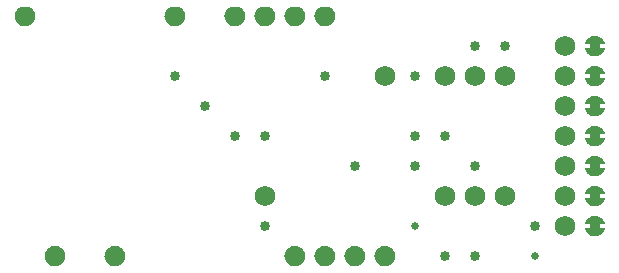
<source format=gbs>
G04 MADE WITH FRITZING*
G04 WWW.FRITZING.ORG*
G04 DOUBLE SIDED*
G04 HOLES PLATED*
G04 CONTOUR ON CENTER OF CONTOUR VECTOR*
%ASAXBY*%
%FSLAX23Y23*%
%MOIN*%
%OFA0B0*%
%SFA1.0B1.0*%
%ADD10C,0.035433*%
%ADD11C,0.069055*%
%ADD12C,0.033622*%
%ADD13C,0.026535*%
%ADD14R,0.001000X0.001000*%
%LNMASK0*%
G90*
G70*
G54D10*
X336Y34D03*
X136Y34D03*
X1036Y34D03*
X1136Y34D03*
X1236Y34D03*
X36Y834D03*
G54D11*
X1436Y234D03*
X1536Y234D03*
X1436Y634D03*
X1536Y634D03*
X1636Y634D03*
X1236Y634D03*
X1836Y634D03*
X1836Y734D03*
X1836Y134D03*
G54D10*
X1936Y134D03*
X1936Y734D03*
G54D11*
X1836Y534D03*
X1836Y434D03*
X1836Y334D03*
X1836Y234D03*
G54D10*
X1936Y634D03*
X1936Y534D03*
X1936Y434D03*
X1936Y334D03*
X1936Y234D03*
X1036Y834D03*
X736Y834D03*
X536Y834D03*
X836Y834D03*
X936Y834D03*
X936Y34D03*
G54D12*
X1336Y634D03*
X1436Y34D03*
X1536Y334D03*
G54D11*
X1636Y234D03*
G54D12*
X1136Y334D03*
X1736Y135D03*
X736Y434D03*
X636Y534D03*
X1336Y434D03*
X536Y634D03*
X1636Y734D03*
X1535Y735D03*
G54D13*
X1336Y134D03*
G54D12*
X1337Y334D03*
X836Y434D03*
G54D11*
X836Y234D03*
G54D12*
X1536Y34D03*
G54D13*
X1736Y34D03*
G54D12*
X1436Y434D03*
X1036Y634D03*
X836Y134D03*
G54D14*
X22Y866D02*
X49Y866D01*
X522Y866D02*
X549Y866D01*
X722Y866D02*
X749Y866D01*
X822Y866D02*
X849Y866D01*
X922Y866D02*
X949Y866D01*
X1022Y866D02*
X1049Y866D01*
X20Y865D02*
X51Y865D01*
X520Y865D02*
X551Y865D01*
X720Y865D02*
X751Y865D01*
X820Y865D02*
X851Y865D01*
X920Y865D02*
X951Y865D01*
X1020Y865D02*
X1051Y865D01*
X18Y864D02*
X53Y864D01*
X518Y864D02*
X553Y864D01*
X718Y864D02*
X753Y864D01*
X818Y864D02*
X853Y864D01*
X918Y864D02*
X953Y864D01*
X1018Y864D02*
X1053Y864D01*
X17Y863D02*
X54Y863D01*
X516Y863D02*
X554Y863D01*
X716Y863D02*
X754Y863D01*
X816Y863D02*
X854Y863D01*
X916Y863D02*
X954Y863D01*
X1016Y863D02*
X1054Y863D01*
X15Y862D02*
X56Y862D01*
X515Y862D02*
X556Y862D01*
X715Y862D02*
X756Y862D01*
X815Y862D02*
X856Y862D01*
X915Y862D02*
X956Y862D01*
X1015Y862D02*
X1056Y862D01*
X14Y861D02*
X57Y861D01*
X514Y861D02*
X557Y861D01*
X714Y861D02*
X757Y861D01*
X814Y861D02*
X857Y861D01*
X914Y861D02*
X957Y861D01*
X1014Y861D02*
X1057Y861D01*
X13Y860D02*
X58Y860D01*
X513Y860D02*
X558Y860D01*
X713Y860D02*
X758Y860D01*
X813Y860D02*
X858Y860D01*
X912Y860D02*
X958Y860D01*
X1012Y860D02*
X1058Y860D01*
X12Y859D02*
X59Y859D01*
X511Y859D02*
X559Y859D01*
X711Y859D02*
X759Y859D01*
X811Y859D02*
X859Y859D01*
X911Y859D02*
X959Y859D01*
X1011Y859D02*
X1059Y859D01*
X11Y858D02*
X60Y858D01*
X511Y858D02*
X560Y858D01*
X711Y858D02*
X760Y858D01*
X810Y858D02*
X860Y858D01*
X910Y858D02*
X960Y858D01*
X1010Y858D02*
X1060Y858D01*
X10Y857D02*
X61Y857D01*
X510Y857D02*
X561Y857D01*
X710Y857D02*
X761Y857D01*
X810Y857D02*
X861Y857D01*
X910Y857D02*
X961Y857D01*
X1010Y857D02*
X1061Y857D01*
X9Y856D02*
X62Y856D01*
X509Y856D02*
X562Y856D01*
X709Y856D02*
X762Y856D01*
X809Y856D02*
X862Y856D01*
X909Y856D02*
X962Y856D01*
X1009Y856D02*
X1062Y856D01*
X8Y855D02*
X63Y855D01*
X508Y855D02*
X563Y855D01*
X708Y855D02*
X763Y855D01*
X808Y855D02*
X863Y855D01*
X908Y855D02*
X963Y855D01*
X1008Y855D02*
X1062Y855D01*
X8Y854D02*
X63Y854D01*
X507Y854D02*
X563Y854D01*
X707Y854D02*
X763Y854D01*
X807Y854D02*
X863Y854D01*
X907Y854D02*
X963Y854D01*
X1007Y854D02*
X1063Y854D01*
X7Y853D02*
X64Y853D01*
X507Y853D02*
X564Y853D01*
X707Y853D02*
X764Y853D01*
X807Y853D02*
X864Y853D01*
X907Y853D02*
X964Y853D01*
X1007Y853D02*
X1064Y853D01*
X6Y852D02*
X65Y852D01*
X506Y852D02*
X565Y852D01*
X706Y852D02*
X764Y852D01*
X806Y852D02*
X864Y852D01*
X906Y852D02*
X964Y852D01*
X1006Y852D02*
X1064Y852D01*
X6Y851D02*
X65Y851D01*
X506Y851D02*
X565Y851D01*
X706Y851D02*
X765Y851D01*
X806Y851D02*
X865Y851D01*
X906Y851D02*
X965Y851D01*
X1006Y851D02*
X1065Y851D01*
X5Y850D02*
X66Y850D01*
X505Y850D02*
X566Y850D01*
X705Y850D02*
X766Y850D01*
X805Y850D02*
X865Y850D01*
X905Y850D02*
X965Y850D01*
X1005Y850D02*
X1065Y850D01*
X5Y849D02*
X66Y849D01*
X505Y849D02*
X566Y849D01*
X705Y849D02*
X766Y849D01*
X805Y849D02*
X866Y849D01*
X905Y849D02*
X966Y849D01*
X1005Y849D02*
X1066Y849D01*
X4Y848D02*
X67Y848D01*
X504Y848D02*
X567Y848D01*
X704Y848D02*
X766Y848D01*
X804Y848D02*
X866Y848D01*
X904Y848D02*
X966Y848D01*
X1004Y848D02*
X1066Y848D01*
X4Y847D02*
X67Y847D01*
X504Y847D02*
X567Y847D01*
X704Y847D02*
X767Y847D01*
X804Y847D02*
X867Y847D01*
X904Y847D02*
X967Y847D01*
X1004Y847D02*
X1067Y847D01*
X4Y846D02*
X67Y846D01*
X504Y846D02*
X567Y846D01*
X704Y846D02*
X767Y846D01*
X803Y846D02*
X867Y846D01*
X903Y846D02*
X967Y846D01*
X1003Y846D02*
X1067Y846D01*
X3Y845D02*
X68Y845D01*
X503Y845D02*
X568Y845D01*
X703Y845D02*
X768Y845D01*
X803Y845D02*
X868Y845D01*
X903Y845D02*
X968Y845D01*
X1003Y845D02*
X1068Y845D01*
X3Y844D02*
X68Y844D01*
X503Y844D02*
X568Y844D01*
X703Y844D02*
X768Y844D01*
X803Y844D02*
X868Y844D01*
X903Y844D02*
X968Y844D01*
X1003Y844D02*
X1068Y844D01*
X3Y843D02*
X68Y843D01*
X503Y843D02*
X568Y843D01*
X703Y843D02*
X768Y843D01*
X803Y843D02*
X868Y843D01*
X903Y843D02*
X968Y843D01*
X1002Y843D02*
X1068Y843D01*
X2Y842D02*
X69Y842D01*
X502Y842D02*
X568Y842D01*
X702Y842D02*
X768Y842D01*
X802Y842D02*
X868Y842D01*
X902Y842D02*
X968Y842D01*
X1002Y842D02*
X1068Y842D01*
X2Y841D02*
X69Y841D01*
X502Y841D02*
X569Y841D01*
X702Y841D02*
X769Y841D01*
X802Y841D02*
X869Y841D01*
X902Y841D02*
X969Y841D01*
X1002Y841D02*
X1069Y841D01*
X2Y840D02*
X69Y840D01*
X502Y840D02*
X569Y840D01*
X702Y840D02*
X769Y840D01*
X802Y840D02*
X869Y840D01*
X902Y840D02*
X969Y840D01*
X1002Y840D02*
X1069Y840D01*
X2Y839D02*
X69Y839D01*
X502Y839D02*
X569Y839D01*
X702Y839D02*
X769Y839D01*
X802Y839D02*
X869Y839D01*
X902Y839D02*
X969Y839D01*
X1002Y839D02*
X1069Y839D01*
X2Y838D02*
X69Y838D01*
X502Y838D02*
X569Y838D01*
X702Y838D02*
X769Y838D01*
X802Y838D02*
X869Y838D01*
X901Y838D02*
X969Y838D01*
X1001Y838D02*
X1069Y838D01*
X2Y837D02*
X69Y837D01*
X502Y837D02*
X569Y837D01*
X701Y837D02*
X769Y837D01*
X801Y837D02*
X869Y837D01*
X901Y837D02*
X969Y837D01*
X1001Y837D02*
X1069Y837D01*
X2Y836D02*
X69Y836D01*
X501Y836D02*
X569Y836D01*
X701Y836D02*
X769Y836D01*
X801Y836D02*
X869Y836D01*
X901Y836D02*
X969Y836D01*
X1001Y836D02*
X1069Y836D01*
X2Y835D02*
X70Y835D01*
X501Y835D02*
X569Y835D01*
X701Y835D02*
X769Y835D01*
X801Y835D02*
X869Y835D01*
X901Y835D02*
X969Y835D01*
X1001Y835D02*
X1069Y835D01*
X2Y834D02*
X70Y834D01*
X501Y834D02*
X569Y834D01*
X701Y834D02*
X769Y834D01*
X801Y834D02*
X869Y834D01*
X901Y834D02*
X969Y834D01*
X1001Y834D02*
X1069Y834D01*
X2Y833D02*
X69Y833D01*
X501Y833D02*
X569Y833D01*
X701Y833D02*
X769Y833D01*
X801Y833D02*
X869Y833D01*
X901Y833D02*
X969Y833D01*
X1001Y833D02*
X1069Y833D01*
X2Y832D02*
X69Y832D01*
X502Y832D02*
X569Y832D01*
X701Y832D02*
X769Y832D01*
X801Y832D02*
X869Y832D01*
X901Y832D02*
X969Y832D01*
X1001Y832D02*
X1069Y832D01*
X2Y831D02*
X69Y831D01*
X502Y831D02*
X569Y831D01*
X702Y831D02*
X769Y831D01*
X802Y831D02*
X869Y831D01*
X902Y831D02*
X969Y831D01*
X1002Y831D02*
X1069Y831D01*
X2Y830D02*
X69Y830D01*
X502Y830D02*
X569Y830D01*
X702Y830D02*
X769Y830D01*
X802Y830D02*
X869Y830D01*
X902Y830D02*
X969Y830D01*
X1002Y830D02*
X1069Y830D01*
X2Y829D02*
X69Y829D01*
X502Y829D02*
X569Y829D01*
X702Y829D02*
X769Y829D01*
X802Y829D02*
X869Y829D01*
X902Y829D02*
X969Y829D01*
X1002Y829D02*
X1069Y829D01*
X2Y828D02*
X69Y828D01*
X502Y828D02*
X569Y828D01*
X702Y828D02*
X769Y828D01*
X802Y828D02*
X869Y828D01*
X902Y828D02*
X969Y828D01*
X1002Y828D02*
X1069Y828D01*
X3Y827D02*
X69Y827D01*
X502Y827D02*
X568Y827D01*
X702Y827D02*
X768Y827D01*
X802Y827D02*
X868Y827D01*
X902Y827D02*
X968Y827D01*
X1002Y827D02*
X1068Y827D01*
X3Y826D02*
X68Y826D01*
X503Y826D02*
X568Y826D01*
X703Y826D02*
X768Y826D01*
X803Y826D02*
X868Y826D01*
X903Y826D02*
X968Y826D01*
X1003Y826D02*
X1068Y826D01*
X3Y825D02*
X68Y825D01*
X503Y825D02*
X568Y825D01*
X703Y825D02*
X768Y825D01*
X803Y825D02*
X868Y825D01*
X903Y825D02*
X968Y825D01*
X1003Y825D02*
X1068Y825D01*
X3Y824D02*
X68Y824D01*
X503Y824D02*
X568Y824D01*
X703Y824D02*
X767Y824D01*
X803Y824D02*
X867Y824D01*
X903Y824D02*
X967Y824D01*
X1003Y824D02*
X1067Y824D01*
X4Y823D02*
X67Y823D01*
X504Y823D02*
X567Y823D01*
X704Y823D02*
X767Y823D01*
X804Y823D02*
X867Y823D01*
X904Y823D02*
X967Y823D01*
X1004Y823D02*
X1067Y823D01*
X4Y822D02*
X67Y822D01*
X504Y822D02*
X567Y822D01*
X704Y822D02*
X767Y822D01*
X804Y822D02*
X867Y822D01*
X904Y822D02*
X967Y822D01*
X1004Y822D02*
X1067Y822D01*
X5Y821D02*
X67Y821D01*
X504Y821D02*
X566Y821D01*
X704Y821D02*
X766Y821D01*
X804Y821D02*
X866Y821D01*
X904Y821D02*
X966Y821D01*
X1004Y821D02*
X1066Y821D01*
X5Y820D02*
X66Y820D01*
X505Y820D02*
X566Y820D01*
X705Y820D02*
X766Y820D01*
X805Y820D02*
X866Y820D01*
X905Y820D02*
X966Y820D01*
X1005Y820D02*
X1066Y820D01*
X5Y819D02*
X66Y819D01*
X505Y819D02*
X565Y819D01*
X705Y819D02*
X765Y819D01*
X805Y819D02*
X865Y819D01*
X905Y819D02*
X965Y819D01*
X1005Y819D02*
X1065Y819D01*
X6Y818D02*
X65Y818D01*
X506Y818D02*
X565Y818D01*
X706Y818D02*
X765Y818D01*
X806Y818D02*
X865Y818D01*
X906Y818D02*
X965Y818D01*
X1006Y818D02*
X1065Y818D01*
X7Y817D02*
X64Y817D01*
X506Y817D02*
X564Y817D01*
X706Y817D02*
X764Y817D01*
X806Y817D02*
X864Y817D01*
X906Y817D02*
X964Y817D01*
X1006Y817D02*
X1064Y817D01*
X7Y816D02*
X64Y816D01*
X507Y816D02*
X564Y816D01*
X707Y816D02*
X764Y816D01*
X807Y816D02*
X864Y816D01*
X907Y816D02*
X964Y816D01*
X1007Y816D02*
X1064Y816D01*
X8Y815D02*
X63Y815D01*
X508Y815D02*
X563Y815D01*
X708Y815D02*
X763Y815D01*
X808Y815D02*
X863Y815D01*
X908Y815D02*
X963Y815D01*
X1008Y815D02*
X1063Y815D01*
X8Y814D02*
X63Y814D01*
X508Y814D02*
X562Y814D01*
X708Y814D02*
X762Y814D01*
X808Y814D02*
X862Y814D01*
X908Y814D02*
X962Y814D01*
X1008Y814D02*
X1062Y814D01*
X9Y813D02*
X62Y813D01*
X509Y813D02*
X562Y813D01*
X709Y813D02*
X762Y813D01*
X809Y813D02*
X862Y813D01*
X909Y813D02*
X962Y813D01*
X1009Y813D02*
X1062Y813D01*
X10Y812D02*
X61Y812D01*
X510Y812D02*
X561Y812D01*
X710Y812D02*
X761Y812D01*
X810Y812D02*
X861Y812D01*
X910Y812D02*
X961Y812D01*
X1010Y812D02*
X1061Y812D01*
X11Y811D02*
X60Y811D01*
X511Y811D02*
X560Y811D01*
X711Y811D02*
X760Y811D01*
X811Y811D02*
X860Y811D01*
X911Y811D02*
X960Y811D01*
X1011Y811D02*
X1060Y811D01*
X12Y810D02*
X59Y810D01*
X512Y810D02*
X559Y810D01*
X712Y810D02*
X759Y810D01*
X812Y810D02*
X859Y810D01*
X912Y810D02*
X959Y810D01*
X1012Y810D02*
X1059Y810D01*
X13Y809D02*
X58Y809D01*
X513Y809D02*
X558Y809D01*
X713Y809D02*
X758Y809D01*
X813Y809D02*
X858Y809D01*
X913Y809D02*
X958Y809D01*
X1013Y809D02*
X1058Y809D01*
X14Y808D02*
X57Y808D01*
X514Y808D02*
X557Y808D01*
X714Y808D02*
X757Y808D01*
X814Y808D02*
X857Y808D01*
X914Y808D02*
X957Y808D01*
X1014Y808D02*
X1057Y808D01*
X16Y807D02*
X56Y807D01*
X515Y807D02*
X555Y807D01*
X715Y807D02*
X755Y807D01*
X815Y807D02*
X855Y807D01*
X915Y807D02*
X955Y807D01*
X1015Y807D02*
X1055Y807D01*
X17Y806D02*
X54Y806D01*
X517Y806D02*
X554Y806D01*
X717Y806D02*
X754Y806D01*
X817Y806D02*
X854Y806D01*
X917Y806D02*
X954Y806D01*
X1017Y806D02*
X1054Y806D01*
X19Y805D02*
X52Y805D01*
X519Y805D02*
X552Y805D01*
X719Y805D02*
X752Y805D01*
X818Y805D02*
X852Y805D01*
X918Y805D02*
X952Y805D01*
X1018Y805D02*
X1052Y805D01*
X21Y804D02*
X50Y804D01*
X520Y804D02*
X550Y804D01*
X720Y804D02*
X750Y804D01*
X820Y804D02*
X850Y804D01*
X920Y804D02*
X950Y804D01*
X1020Y804D02*
X1050Y804D01*
X23Y803D02*
X48Y803D01*
X523Y803D02*
X548Y803D01*
X723Y803D02*
X748Y803D01*
X823Y803D02*
X848Y803D01*
X922Y803D02*
X948Y803D01*
X1022Y803D02*
X1048Y803D01*
X25Y802D02*
X46Y802D01*
X525Y802D02*
X546Y802D01*
X725Y802D02*
X746Y802D01*
X825Y802D02*
X845Y802D01*
X925Y802D02*
X945Y802D01*
X1025Y802D02*
X1045Y802D01*
X29Y801D02*
X42Y801D01*
X529Y801D02*
X542Y801D01*
X729Y801D02*
X742Y801D01*
X829Y801D02*
X842Y801D01*
X929Y801D02*
X942Y801D01*
X1029Y801D02*
X1042Y801D01*
X1933Y769D02*
X1937Y769D01*
X1927Y768D02*
X1943Y768D01*
X1924Y767D02*
X1946Y767D01*
X1922Y766D02*
X1948Y766D01*
X1920Y765D02*
X1951Y765D01*
X1918Y764D02*
X1952Y764D01*
X1916Y763D02*
X1954Y763D01*
X1915Y762D02*
X1955Y762D01*
X1913Y761D02*
X1957Y761D01*
X1912Y760D02*
X1958Y760D01*
X1911Y759D02*
X1959Y759D01*
X1910Y758D02*
X1960Y758D01*
X1909Y757D02*
X1961Y757D01*
X1909Y756D02*
X1962Y756D01*
X1908Y755D02*
X1962Y755D01*
X1907Y754D02*
X1963Y754D01*
X1907Y753D02*
X1964Y753D01*
X1906Y752D02*
X1964Y752D01*
X1905Y751D02*
X1965Y751D01*
X1905Y750D02*
X1965Y750D01*
X1904Y749D02*
X1966Y749D01*
X1904Y748D02*
X1966Y748D01*
X1904Y747D02*
X1967Y747D01*
X1903Y746D02*
X1967Y746D01*
X1903Y745D02*
X1967Y745D01*
X1903Y744D02*
X1968Y744D01*
X1902Y743D02*
X1968Y743D01*
X1902Y742D02*
X1968Y742D01*
X1902Y741D02*
X1968Y741D01*
X1902Y729D02*
X1968Y729D01*
X1902Y728D02*
X1968Y728D01*
X1902Y727D02*
X1968Y727D01*
X1902Y726D02*
X1968Y726D01*
X1903Y725D02*
X1968Y725D01*
X1903Y724D02*
X1967Y724D01*
X1903Y723D02*
X1967Y723D01*
X1904Y722D02*
X1966Y722D01*
X1904Y721D02*
X1966Y721D01*
X1905Y720D02*
X1966Y720D01*
X1905Y719D02*
X1965Y719D01*
X1906Y718D02*
X1965Y718D01*
X1906Y717D02*
X1964Y717D01*
X1907Y716D02*
X1963Y716D01*
X1907Y715D02*
X1963Y715D01*
X1908Y714D02*
X1962Y714D01*
X1909Y713D02*
X1961Y713D01*
X1910Y712D02*
X1961Y712D01*
X1910Y711D02*
X1960Y711D01*
X1911Y710D02*
X1959Y710D01*
X1913Y709D02*
X1958Y709D01*
X1914Y708D02*
X1956Y708D01*
X1915Y707D02*
X1955Y707D01*
X1917Y706D02*
X1954Y706D01*
X1918Y705D02*
X1952Y705D01*
X1920Y704D02*
X1950Y704D01*
X1922Y703D02*
X1948Y703D01*
X1925Y702D02*
X1945Y702D01*
X1928Y701D02*
X1942Y701D01*
X1932Y669D02*
X1938Y669D01*
X1927Y668D02*
X1943Y668D01*
X1924Y667D02*
X1946Y667D01*
X1922Y666D02*
X1949Y666D01*
X1920Y665D02*
X1951Y665D01*
X1918Y664D02*
X1952Y664D01*
X1916Y663D02*
X1954Y663D01*
X1915Y662D02*
X1955Y662D01*
X1913Y661D02*
X1957Y661D01*
X1912Y660D02*
X1958Y660D01*
X1911Y659D02*
X1959Y659D01*
X1910Y658D02*
X1960Y658D01*
X1909Y657D02*
X1961Y657D01*
X1909Y656D02*
X1962Y656D01*
X1908Y655D02*
X1962Y655D01*
X1907Y654D02*
X1963Y654D01*
X1907Y653D02*
X1964Y653D01*
X1906Y652D02*
X1964Y652D01*
X1905Y651D02*
X1965Y651D01*
X1905Y650D02*
X1965Y650D01*
X1904Y649D02*
X1966Y649D01*
X1904Y648D02*
X1966Y648D01*
X1904Y647D02*
X1967Y647D01*
X1903Y646D02*
X1967Y646D01*
X1903Y645D02*
X1967Y645D01*
X1903Y644D02*
X1968Y644D01*
X1902Y643D02*
X1968Y643D01*
X1902Y642D02*
X1968Y642D01*
X1902Y641D02*
X1968Y641D01*
X1902Y629D02*
X1968Y629D01*
X1902Y628D02*
X1968Y628D01*
X1902Y627D02*
X1968Y627D01*
X1902Y626D02*
X1968Y626D01*
X1903Y625D02*
X1968Y625D01*
X1903Y624D02*
X1967Y624D01*
X1903Y623D02*
X1967Y623D01*
X1904Y622D02*
X1966Y622D01*
X1904Y621D02*
X1966Y621D01*
X1905Y620D02*
X1966Y620D01*
X1905Y619D02*
X1965Y619D01*
X1906Y618D02*
X1965Y618D01*
X1906Y617D02*
X1964Y617D01*
X1907Y616D02*
X1963Y616D01*
X1907Y615D02*
X1963Y615D01*
X1908Y614D02*
X1962Y614D01*
X1909Y613D02*
X1961Y613D01*
X1910Y612D02*
X1961Y612D01*
X1910Y611D02*
X1960Y611D01*
X1911Y610D02*
X1959Y610D01*
X1913Y609D02*
X1958Y609D01*
X1914Y608D02*
X1956Y608D01*
X1915Y607D02*
X1955Y607D01*
X1917Y606D02*
X1954Y606D01*
X1918Y605D02*
X1952Y605D01*
X1920Y604D02*
X1950Y604D01*
X1922Y603D02*
X1948Y603D01*
X1925Y602D02*
X1945Y602D01*
X1929Y601D02*
X1942Y601D01*
X1932Y569D02*
X1938Y569D01*
X1927Y568D02*
X1943Y568D01*
X1924Y567D02*
X1946Y567D01*
X1922Y566D02*
X1949Y566D01*
X1919Y565D02*
X1951Y565D01*
X1918Y564D02*
X1952Y564D01*
X1916Y563D02*
X1954Y563D01*
X1915Y562D02*
X1955Y562D01*
X1913Y561D02*
X1957Y561D01*
X1912Y560D02*
X1958Y560D01*
X1911Y559D02*
X1959Y559D01*
X1910Y558D02*
X1960Y558D01*
X1909Y557D02*
X1961Y557D01*
X1909Y556D02*
X1962Y556D01*
X1908Y555D02*
X1962Y555D01*
X1907Y554D02*
X1963Y554D01*
X1907Y553D02*
X1964Y553D01*
X1906Y552D02*
X1964Y552D01*
X1905Y551D02*
X1965Y551D01*
X1905Y550D02*
X1965Y550D01*
X1904Y549D02*
X1966Y549D01*
X1904Y548D02*
X1966Y548D01*
X1904Y547D02*
X1967Y547D01*
X1903Y546D02*
X1967Y546D01*
X1903Y545D02*
X1967Y545D01*
X1903Y544D02*
X1968Y544D01*
X1902Y543D02*
X1968Y543D01*
X1902Y542D02*
X1968Y542D01*
X1902Y541D02*
X1968Y541D01*
X1902Y529D02*
X1968Y529D01*
X1902Y528D02*
X1968Y528D01*
X1902Y527D02*
X1968Y527D01*
X1902Y526D02*
X1968Y526D01*
X1903Y525D02*
X1967Y525D01*
X1903Y524D02*
X1967Y524D01*
X1903Y523D02*
X1967Y523D01*
X1904Y522D02*
X1966Y522D01*
X1904Y521D02*
X1966Y521D01*
X1905Y520D02*
X1966Y520D01*
X1905Y519D02*
X1965Y519D01*
X1906Y518D02*
X1965Y518D01*
X1906Y517D02*
X1964Y517D01*
X1907Y516D02*
X1963Y516D01*
X1907Y515D02*
X1963Y515D01*
X1908Y514D02*
X1962Y514D01*
X1909Y513D02*
X1961Y513D01*
X1910Y512D02*
X1961Y512D01*
X1910Y511D02*
X1960Y511D01*
X1911Y510D02*
X1959Y510D01*
X1913Y509D02*
X1958Y509D01*
X1914Y508D02*
X1956Y508D01*
X1915Y507D02*
X1955Y507D01*
X1917Y506D02*
X1954Y506D01*
X1918Y505D02*
X1952Y505D01*
X1920Y504D02*
X1950Y504D01*
X1922Y503D02*
X1948Y503D01*
X1925Y502D02*
X1945Y502D01*
X1929Y501D02*
X1942Y501D01*
X1932Y469D02*
X1938Y469D01*
X1927Y468D02*
X1943Y468D01*
X1924Y467D02*
X1946Y467D01*
X1922Y466D02*
X1949Y466D01*
X1919Y465D02*
X1951Y465D01*
X1918Y464D02*
X1952Y464D01*
X1916Y463D02*
X1954Y463D01*
X1915Y462D02*
X1955Y462D01*
X1913Y461D02*
X1957Y461D01*
X1912Y460D02*
X1958Y460D01*
X1911Y459D02*
X1959Y459D01*
X1910Y458D02*
X1960Y458D01*
X1909Y457D02*
X1961Y457D01*
X1909Y456D02*
X1962Y456D01*
X1908Y455D02*
X1962Y455D01*
X1907Y454D02*
X1963Y454D01*
X1907Y453D02*
X1964Y453D01*
X1906Y452D02*
X1964Y452D01*
X1905Y451D02*
X1965Y451D01*
X1905Y450D02*
X1965Y450D01*
X1904Y449D02*
X1966Y449D01*
X1904Y448D02*
X1966Y448D01*
X1904Y447D02*
X1967Y447D01*
X1903Y446D02*
X1967Y446D01*
X1903Y445D02*
X1967Y445D01*
X1903Y444D02*
X1968Y444D01*
X1902Y443D02*
X1968Y443D01*
X1902Y442D02*
X1968Y442D01*
X1902Y441D02*
X1968Y441D01*
X1902Y429D02*
X1968Y429D01*
X1902Y428D02*
X1968Y428D01*
X1902Y427D02*
X1968Y427D01*
X1902Y426D02*
X1968Y426D01*
X1903Y425D02*
X1967Y425D01*
X1903Y424D02*
X1967Y424D01*
X1903Y423D02*
X1967Y423D01*
X1904Y422D02*
X1966Y422D01*
X1904Y421D02*
X1966Y421D01*
X1905Y420D02*
X1966Y420D01*
X1905Y419D02*
X1965Y419D01*
X1906Y418D02*
X1965Y418D01*
X1906Y417D02*
X1964Y417D01*
X1907Y416D02*
X1963Y416D01*
X1907Y415D02*
X1963Y415D01*
X1908Y414D02*
X1962Y414D01*
X1909Y413D02*
X1961Y413D01*
X1910Y412D02*
X1961Y412D01*
X1911Y411D02*
X1960Y411D01*
X1911Y410D02*
X1959Y410D01*
X1913Y409D02*
X1958Y409D01*
X1914Y408D02*
X1956Y408D01*
X1915Y407D02*
X1955Y407D01*
X1917Y406D02*
X1953Y406D01*
X1918Y405D02*
X1952Y405D01*
X1920Y404D02*
X1950Y404D01*
X1922Y403D02*
X1948Y403D01*
X1925Y402D02*
X1945Y402D01*
X1929Y401D02*
X1941Y401D01*
X1932Y369D02*
X1938Y369D01*
X1927Y368D02*
X1943Y368D01*
X1924Y367D02*
X1946Y367D01*
X1922Y366D02*
X1949Y366D01*
X1919Y365D02*
X1951Y365D01*
X1918Y364D02*
X1952Y364D01*
X1916Y363D02*
X1954Y363D01*
X1915Y362D02*
X1956Y362D01*
X1913Y361D02*
X1957Y361D01*
X1912Y360D02*
X1958Y360D01*
X1911Y359D02*
X1959Y359D01*
X1910Y358D02*
X1960Y358D01*
X1909Y357D02*
X1961Y357D01*
X1909Y356D02*
X1962Y356D01*
X1908Y355D02*
X1962Y355D01*
X1907Y354D02*
X1963Y354D01*
X1906Y353D02*
X1964Y353D01*
X1906Y352D02*
X1964Y352D01*
X1905Y351D02*
X1965Y351D01*
X1905Y350D02*
X1965Y350D01*
X1904Y349D02*
X1966Y349D01*
X1904Y348D02*
X1966Y348D01*
X1904Y347D02*
X1967Y347D01*
X1903Y346D02*
X1967Y346D01*
X1903Y345D02*
X1967Y345D01*
X1903Y344D02*
X1968Y344D01*
X1902Y343D02*
X1968Y343D01*
X1902Y342D02*
X1968Y342D01*
X1902Y341D02*
X1968Y341D01*
X1902Y329D02*
X1968Y329D01*
X1902Y328D02*
X1968Y328D01*
X1902Y327D02*
X1968Y327D01*
X1902Y326D02*
X1968Y326D01*
X1903Y325D02*
X1967Y325D01*
X1903Y324D02*
X1967Y324D01*
X1903Y323D02*
X1967Y323D01*
X1904Y322D02*
X1966Y322D01*
X1904Y321D02*
X1966Y321D01*
X1905Y320D02*
X1966Y320D01*
X1905Y319D02*
X1965Y319D01*
X1906Y318D02*
X1965Y318D01*
X1906Y317D02*
X1964Y317D01*
X1907Y316D02*
X1963Y316D01*
X1907Y315D02*
X1963Y315D01*
X1908Y314D02*
X1962Y314D01*
X1909Y313D02*
X1961Y313D01*
X1910Y312D02*
X1960Y312D01*
X1911Y311D02*
X1960Y311D01*
X1911Y310D02*
X1959Y310D01*
X1913Y309D02*
X1958Y309D01*
X1914Y308D02*
X1956Y308D01*
X1915Y307D02*
X1955Y307D01*
X1917Y306D02*
X1953Y306D01*
X1918Y305D02*
X1952Y305D01*
X1920Y304D02*
X1950Y304D01*
X1922Y303D02*
X1948Y303D01*
X1925Y302D02*
X1945Y302D01*
X1929Y301D02*
X1941Y301D01*
X1932Y269D02*
X1938Y269D01*
X1927Y268D02*
X1943Y268D01*
X1924Y267D02*
X1946Y267D01*
X1921Y266D02*
X1949Y266D01*
X1919Y265D02*
X1951Y265D01*
X1918Y264D02*
X1953Y264D01*
X1916Y263D02*
X1954Y263D01*
X1915Y262D02*
X1956Y262D01*
X1913Y261D02*
X1957Y261D01*
X1912Y260D02*
X1958Y260D01*
X1911Y259D02*
X1959Y259D01*
X1910Y258D02*
X1960Y258D01*
X1909Y257D02*
X1961Y257D01*
X1908Y256D02*
X1962Y256D01*
X1908Y255D02*
X1962Y255D01*
X1907Y254D02*
X1963Y254D01*
X1906Y253D02*
X1964Y253D01*
X1906Y252D02*
X1964Y252D01*
X1905Y251D02*
X1965Y251D01*
X1905Y250D02*
X1965Y250D01*
X1904Y249D02*
X1966Y249D01*
X1904Y248D02*
X1966Y248D01*
X1904Y247D02*
X1967Y247D01*
X1903Y246D02*
X1967Y246D01*
X1903Y245D02*
X1967Y245D01*
X1903Y244D02*
X1968Y244D01*
X1902Y243D02*
X1968Y243D01*
X1902Y242D02*
X1968Y242D01*
X1902Y241D02*
X1968Y241D01*
X1902Y229D02*
X1968Y229D01*
X1902Y228D02*
X1968Y228D01*
X1902Y227D02*
X1968Y227D01*
X1902Y226D02*
X1968Y226D01*
X1903Y225D02*
X1967Y225D01*
X1903Y224D02*
X1967Y224D01*
X1903Y223D02*
X1967Y223D01*
X1904Y222D02*
X1966Y222D01*
X1904Y221D02*
X1966Y221D01*
X1905Y220D02*
X1966Y220D01*
X1905Y219D02*
X1965Y219D01*
X1906Y218D02*
X1965Y218D01*
X1906Y217D02*
X1964Y217D01*
X1907Y216D02*
X1963Y216D01*
X1907Y215D02*
X1963Y215D01*
X1908Y214D02*
X1962Y214D01*
X1909Y213D02*
X1961Y213D01*
X1910Y212D02*
X1960Y212D01*
X1911Y211D02*
X1960Y211D01*
X1912Y210D02*
X1959Y210D01*
X1913Y209D02*
X1957Y209D01*
X1914Y208D02*
X1956Y208D01*
X1915Y207D02*
X1955Y207D01*
X1917Y206D02*
X1953Y206D01*
X1918Y205D02*
X1952Y205D01*
X1920Y204D02*
X1950Y204D01*
X1923Y203D02*
X1948Y203D01*
X1925Y202D02*
X1945Y202D01*
X1929Y201D02*
X1941Y201D01*
X1932Y169D02*
X1938Y169D01*
X1927Y168D02*
X1943Y168D01*
X1924Y167D02*
X1946Y167D01*
X1921Y166D02*
X1949Y166D01*
X1919Y165D02*
X1951Y165D01*
X1918Y164D02*
X1953Y164D01*
X1916Y163D02*
X1954Y163D01*
X1915Y162D02*
X1956Y162D01*
X1913Y161D02*
X1957Y161D01*
X1912Y160D02*
X1958Y160D01*
X1911Y159D02*
X1959Y159D01*
X1910Y158D02*
X1960Y158D01*
X1909Y157D02*
X1961Y157D01*
X1908Y156D02*
X1962Y156D01*
X1908Y155D02*
X1962Y155D01*
X1907Y154D02*
X1963Y154D01*
X1906Y153D02*
X1964Y153D01*
X1906Y152D02*
X1964Y152D01*
X1905Y151D02*
X1965Y151D01*
X1905Y150D02*
X1965Y150D01*
X1904Y149D02*
X1966Y149D01*
X1904Y148D02*
X1966Y148D01*
X1904Y147D02*
X1967Y147D01*
X1903Y146D02*
X1967Y146D01*
X1903Y145D02*
X1967Y145D01*
X1902Y144D02*
X1968Y144D01*
X1902Y143D02*
X1968Y143D01*
X1902Y142D02*
X1968Y142D01*
X1902Y141D02*
X1968Y141D01*
X1902Y129D02*
X1968Y129D01*
X1902Y128D02*
X1968Y128D01*
X1902Y127D02*
X1968Y127D01*
X1902Y126D02*
X1968Y126D01*
X1903Y125D02*
X1967Y125D01*
X1903Y124D02*
X1967Y124D01*
X1903Y123D02*
X1967Y123D01*
X1904Y122D02*
X1966Y122D01*
X1904Y121D02*
X1966Y121D01*
X1905Y120D02*
X1966Y120D01*
X1905Y119D02*
X1965Y119D01*
X1906Y118D02*
X1965Y118D01*
X1906Y117D02*
X1964Y117D01*
X1907Y116D02*
X1963Y116D01*
X1907Y115D02*
X1963Y115D01*
X1908Y114D02*
X1962Y114D01*
X1909Y113D02*
X1961Y113D01*
X1910Y112D02*
X1960Y112D01*
X1911Y111D02*
X1960Y111D01*
X1912Y110D02*
X1959Y110D01*
X1913Y109D02*
X1957Y109D01*
X1914Y108D02*
X1956Y108D01*
X1915Y107D02*
X1955Y107D01*
X1917Y106D02*
X1953Y106D01*
X1918Y105D02*
X1952Y105D01*
X1920Y104D02*
X1950Y104D01*
X1923Y103D02*
X1948Y103D01*
X1925Y102D02*
X1945Y102D01*
X1929Y101D02*
X1941Y101D01*
X132Y69D02*
X139Y69D01*
X332Y69D02*
X339Y69D01*
X932Y69D02*
X939Y69D01*
X1032Y69D02*
X1039Y69D01*
X1132Y69D02*
X1139Y69D01*
X1232Y69D02*
X1239Y69D01*
X127Y68D02*
X144Y68D01*
X327Y68D02*
X344Y68D01*
X927Y68D02*
X943Y68D01*
X1027Y68D02*
X1043Y68D01*
X1127Y68D02*
X1143Y68D01*
X1227Y68D02*
X1243Y68D01*
X124Y67D02*
X147Y67D01*
X324Y67D02*
X347Y67D01*
X924Y67D02*
X946Y67D01*
X1024Y67D02*
X1046Y67D01*
X1124Y67D02*
X1146Y67D01*
X1224Y67D02*
X1246Y67D01*
X122Y66D02*
X149Y66D01*
X322Y66D02*
X349Y66D01*
X922Y66D02*
X949Y66D01*
X1022Y66D02*
X1049Y66D01*
X1122Y66D02*
X1149Y66D01*
X1222Y66D02*
X1249Y66D01*
X120Y65D02*
X151Y65D01*
X320Y65D02*
X351Y65D01*
X920Y65D02*
X951Y65D01*
X1020Y65D02*
X1051Y65D01*
X1120Y65D02*
X1151Y65D01*
X1219Y65D02*
X1251Y65D01*
X118Y64D02*
X153Y64D01*
X318Y64D02*
X353Y64D01*
X918Y64D02*
X953Y64D01*
X1018Y64D02*
X1053Y64D01*
X1118Y64D02*
X1153Y64D01*
X1218Y64D02*
X1253Y64D01*
X116Y63D02*
X155Y63D01*
X316Y63D02*
X355Y63D01*
X916Y63D02*
X954Y63D01*
X1016Y63D02*
X1054Y63D01*
X1116Y63D02*
X1154Y63D01*
X1216Y63D02*
X1254Y63D01*
X115Y62D02*
X156Y62D01*
X315Y62D02*
X356Y62D01*
X915Y62D02*
X956Y62D01*
X1015Y62D02*
X1056Y62D01*
X1115Y62D02*
X1156Y62D01*
X1215Y62D02*
X1256Y62D01*
X114Y61D02*
X157Y61D01*
X314Y61D02*
X357Y61D01*
X913Y61D02*
X957Y61D01*
X1013Y61D02*
X1057Y61D01*
X1113Y61D02*
X1157Y61D01*
X1213Y61D02*
X1257Y61D01*
X113Y60D02*
X158Y60D01*
X312Y60D02*
X358Y60D01*
X912Y60D02*
X958Y60D01*
X1012Y60D02*
X1058Y60D01*
X1112Y60D02*
X1158Y60D01*
X1212Y60D02*
X1258Y60D01*
X111Y59D02*
X160Y59D01*
X311Y59D02*
X360Y59D01*
X911Y59D02*
X959Y59D01*
X1011Y59D02*
X1059Y59D01*
X1111Y59D02*
X1159Y59D01*
X1211Y59D02*
X1259Y59D01*
X111Y58D02*
X160Y58D01*
X311Y58D02*
X360Y58D01*
X910Y58D02*
X960Y58D01*
X1010Y58D02*
X1060Y58D01*
X1110Y58D02*
X1160Y58D01*
X1210Y58D02*
X1260Y58D01*
X110Y57D02*
X161Y57D01*
X310Y57D02*
X361Y57D01*
X909Y57D02*
X961Y57D01*
X1009Y57D02*
X1061Y57D01*
X1109Y57D02*
X1161Y57D01*
X1209Y57D02*
X1261Y57D01*
X109Y56D02*
X162Y56D01*
X309Y56D02*
X362Y56D01*
X909Y56D02*
X962Y56D01*
X1009Y56D02*
X1062Y56D01*
X1109Y56D02*
X1162Y56D01*
X1209Y56D02*
X1262Y56D01*
X108Y55D02*
X163Y55D01*
X308Y55D02*
X363Y55D01*
X908Y55D02*
X963Y55D01*
X1008Y55D02*
X1063Y55D01*
X1108Y55D02*
X1163Y55D01*
X1208Y55D02*
X1263Y55D01*
X108Y54D02*
X164Y54D01*
X307Y54D02*
X363Y54D01*
X907Y54D02*
X963Y54D01*
X1007Y54D02*
X1063Y54D01*
X1107Y54D02*
X1163Y54D01*
X1207Y54D02*
X1263Y54D01*
X107Y53D02*
X164Y53D01*
X307Y53D02*
X364Y53D01*
X907Y53D02*
X964Y53D01*
X1007Y53D02*
X1064Y53D01*
X1107Y53D02*
X1164Y53D01*
X1207Y53D02*
X1264Y53D01*
X106Y52D02*
X165Y52D01*
X306Y52D02*
X365Y52D01*
X906Y52D02*
X964Y52D01*
X1006Y52D02*
X1064Y52D01*
X1106Y52D02*
X1164Y52D01*
X1206Y52D02*
X1264Y52D01*
X106Y51D02*
X165Y51D01*
X306Y51D02*
X365Y51D01*
X906Y51D02*
X965Y51D01*
X1006Y51D02*
X1065Y51D01*
X1106Y51D02*
X1165Y51D01*
X1205Y51D02*
X1265Y51D01*
X105Y50D02*
X166Y50D01*
X305Y50D02*
X366Y50D01*
X905Y50D02*
X966Y50D01*
X1005Y50D02*
X1065Y50D01*
X1105Y50D02*
X1165Y50D01*
X1205Y50D02*
X1265Y50D01*
X105Y49D02*
X166Y49D01*
X305Y49D02*
X366Y49D01*
X905Y49D02*
X966Y49D01*
X1005Y49D02*
X1066Y49D01*
X1105Y49D02*
X1166Y49D01*
X1205Y49D02*
X1266Y49D01*
X104Y48D02*
X167Y48D01*
X304Y48D02*
X367Y48D01*
X904Y48D02*
X966Y48D01*
X1004Y48D02*
X1066Y48D01*
X1104Y48D02*
X1166Y48D01*
X1204Y48D02*
X1266Y48D01*
X104Y47D02*
X167Y47D01*
X304Y47D02*
X367Y47D01*
X904Y47D02*
X967Y47D01*
X1004Y47D02*
X1067Y47D01*
X1104Y47D02*
X1167Y47D01*
X1204Y47D02*
X1267Y47D01*
X104Y46D02*
X167Y46D01*
X304Y46D02*
X367Y46D01*
X903Y46D02*
X967Y46D01*
X1003Y46D02*
X1067Y46D01*
X1103Y46D02*
X1167Y46D01*
X1203Y46D02*
X1267Y46D01*
X103Y45D02*
X168Y45D01*
X303Y45D02*
X368Y45D01*
X903Y45D02*
X968Y45D01*
X1003Y45D02*
X1068Y45D01*
X1103Y45D02*
X1168Y45D01*
X1203Y45D02*
X1268Y45D01*
X103Y44D02*
X168Y44D01*
X303Y44D02*
X368Y44D01*
X903Y44D02*
X968Y44D01*
X1003Y44D02*
X1068Y44D01*
X1103Y44D02*
X1168Y44D01*
X1203Y44D02*
X1268Y44D01*
X103Y43D02*
X168Y43D01*
X303Y43D02*
X368Y43D01*
X902Y43D02*
X968Y43D01*
X1002Y43D02*
X1068Y43D01*
X1102Y43D02*
X1168Y43D01*
X1202Y43D02*
X1268Y43D01*
X102Y42D02*
X169Y42D01*
X302Y42D02*
X369Y42D01*
X902Y42D02*
X968Y42D01*
X1002Y42D02*
X1068Y42D01*
X1102Y42D02*
X1168Y42D01*
X1202Y42D02*
X1268Y42D01*
X102Y41D02*
X169Y41D01*
X302Y41D02*
X369Y41D01*
X902Y41D02*
X969Y41D01*
X1002Y41D02*
X1069Y41D01*
X1102Y41D02*
X1169Y41D01*
X1202Y41D02*
X1269Y41D01*
X102Y40D02*
X169Y40D01*
X302Y40D02*
X369Y40D01*
X902Y40D02*
X969Y40D01*
X1002Y40D02*
X1069Y40D01*
X1102Y40D02*
X1169Y40D01*
X1202Y40D02*
X1269Y40D01*
X102Y39D02*
X169Y39D01*
X302Y39D02*
X369Y39D01*
X902Y39D02*
X969Y39D01*
X1002Y39D02*
X1069Y39D01*
X1102Y39D02*
X1169Y39D01*
X1202Y39D02*
X1269Y39D01*
X102Y38D02*
X169Y38D01*
X302Y38D02*
X369Y38D01*
X901Y38D02*
X969Y38D01*
X1001Y38D02*
X1069Y38D01*
X1101Y38D02*
X1169Y38D01*
X1201Y38D02*
X1269Y38D01*
X102Y37D02*
X169Y37D01*
X302Y37D02*
X369Y37D01*
X901Y37D02*
X969Y37D01*
X1001Y37D02*
X1069Y37D01*
X1101Y37D02*
X1169Y37D01*
X1201Y37D02*
X1269Y37D01*
X102Y36D02*
X169Y36D01*
X302Y36D02*
X369Y36D01*
X901Y36D02*
X969Y36D01*
X1001Y36D02*
X1069Y36D01*
X1101Y36D02*
X1169Y36D01*
X1201Y36D02*
X1269Y36D01*
X102Y35D02*
X170Y35D01*
X301Y35D02*
X369Y35D01*
X901Y35D02*
X969Y35D01*
X1001Y35D02*
X1069Y35D01*
X1101Y35D02*
X1169Y35D01*
X1201Y35D02*
X1269Y35D01*
X102Y34D02*
X169Y34D01*
X301Y34D02*
X369Y34D01*
X901Y34D02*
X969Y34D01*
X1001Y34D02*
X1069Y34D01*
X1101Y34D02*
X1169Y34D01*
X1201Y34D02*
X1269Y34D01*
X102Y33D02*
X169Y33D01*
X302Y33D02*
X369Y33D01*
X901Y33D02*
X969Y33D01*
X1001Y33D02*
X1069Y33D01*
X1101Y33D02*
X1169Y33D01*
X1201Y33D02*
X1269Y33D01*
X102Y32D02*
X169Y32D01*
X302Y32D02*
X369Y32D01*
X901Y32D02*
X969Y32D01*
X1001Y32D02*
X1069Y32D01*
X1101Y32D02*
X1169Y32D01*
X1201Y32D02*
X1269Y32D01*
X102Y31D02*
X169Y31D01*
X302Y31D02*
X369Y31D01*
X902Y31D02*
X969Y31D01*
X1002Y31D02*
X1069Y31D01*
X1102Y31D02*
X1169Y31D01*
X1201Y31D02*
X1269Y31D01*
X102Y30D02*
X169Y30D01*
X302Y30D02*
X369Y30D01*
X902Y30D02*
X969Y30D01*
X1002Y30D02*
X1069Y30D01*
X1102Y30D02*
X1169Y30D01*
X1202Y30D02*
X1269Y30D01*
X102Y29D02*
X169Y29D01*
X302Y29D02*
X369Y29D01*
X902Y29D02*
X969Y29D01*
X1002Y29D02*
X1069Y29D01*
X1102Y29D02*
X1169Y29D01*
X1202Y29D02*
X1269Y29D01*
X102Y28D02*
X169Y28D01*
X302Y28D02*
X369Y28D01*
X902Y28D02*
X969Y28D01*
X1002Y28D02*
X1069Y28D01*
X1102Y28D02*
X1168Y28D01*
X1202Y28D02*
X1268Y28D01*
X103Y27D02*
X168Y27D01*
X302Y27D02*
X368Y27D01*
X902Y27D02*
X968Y27D01*
X1002Y27D02*
X1068Y27D01*
X1102Y27D02*
X1168Y27D01*
X1202Y27D02*
X1268Y27D01*
X103Y26D02*
X168Y26D01*
X303Y26D02*
X368Y26D01*
X903Y26D02*
X968Y26D01*
X1003Y26D02*
X1068Y26D01*
X1103Y26D02*
X1168Y26D01*
X1203Y26D02*
X1268Y26D01*
X103Y25D02*
X168Y25D01*
X303Y25D02*
X368Y25D01*
X903Y25D02*
X968Y25D01*
X1003Y25D02*
X1068Y25D01*
X1103Y25D02*
X1168Y25D01*
X1203Y25D02*
X1268Y25D01*
X103Y24D02*
X168Y24D01*
X303Y24D02*
X368Y24D01*
X903Y24D02*
X967Y24D01*
X1003Y24D02*
X1067Y24D01*
X1103Y24D02*
X1167Y24D01*
X1203Y24D02*
X1267Y24D01*
X104Y23D02*
X167Y23D01*
X304Y23D02*
X367Y23D01*
X904Y23D02*
X967Y23D01*
X1004Y23D02*
X1067Y23D01*
X1104Y23D02*
X1167Y23D01*
X1204Y23D02*
X1267Y23D01*
X104Y22D02*
X167Y22D01*
X304Y22D02*
X367Y22D01*
X904Y22D02*
X967Y22D01*
X1004Y22D02*
X1067Y22D01*
X1104Y22D02*
X1167Y22D01*
X1204Y22D02*
X1267Y22D01*
X105Y21D02*
X166Y21D01*
X305Y21D02*
X366Y21D01*
X904Y21D02*
X966Y21D01*
X1004Y21D02*
X1066Y21D01*
X1104Y21D02*
X1166Y21D01*
X1204Y21D02*
X1266Y21D01*
X105Y20D02*
X166Y20D01*
X305Y20D02*
X366Y20D01*
X905Y20D02*
X966Y20D01*
X1005Y20D02*
X1066Y20D01*
X1105Y20D02*
X1166Y20D01*
X1205Y20D02*
X1266Y20D01*
X106Y19D02*
X165Y19D01*
X305Y19D02*
X365Y19D01*
X905Y19D02*
X965Y19D01*
X1005Y19D02*
X1065Y19D01*
X1105Y19D02*
X1165Y19D01*
X1205Y19D02*
X1265Y19D01*
X106Y18D02*
X165Y18D01*
X306Y18D02*
X365Y18D01*
X906Y18D02*
X965Y18D01*
X1006Y18D02*
X1065Y18D01*
X1106Y18D02*
X1165Y18D01*
X1206Y18D02*
X1265Y18D01*
X107Y17D02*
X164Y17D01*
X307Y17D02*
X364Y17D01*
X906Y17D02*
X964Y17D01*
X1006Y17D02*
X1064Y17D01*
X1106Y17D02*
X1164Y17D01*
X1206Y17D02*
X1264Y17D01*
X107Y16D02*
X164Y16D01*
X307Y16D02*
X364Y16D01*
X907Y16D02*
X964Y16D01*
X1007Y16D02*
X1064Y16D01*
X1107Y16D02*
X1164Y16D01*
X1207Y16D02*
X1264Y16D01*
X108Y15D02*
X163Y15D01*
X308Y15D02*
X363Y15D01*
X908Y15D02*
X963Y15D01*
X1008Y15D02*
X1063Y15D01*
X1108Y15D02*
X1163Y15D01*
X1208Y15D02*
X1263Y15D01*
X109Y14D02*
X162Y14D01*
X309Y14D02*
X362Y14D01*
X908Y14D02*
X962Y14D01*
X1008Y14D02*
X1062Y14D01*
X1108Y14D02*
X1162Y14D01*
X1208Y14D02*
X1262Y14D01*
X109Y13D02*
X162Y13D01*
X309Y13D02*
X362Y13D01*
X909Y13D02*
X962Y13D01*
X1009Y13D02*
X1062Y13D01*
X1109Y13D02*
X1161Y13D01*
X1209Y13D02*
X1261Y13D01*
X110Y12D02*
X161Y12D01*
X310Y12D02*
X361Y12D01*
X910Y12D02*
X961Y12D01*
X1010Y12D02*
X1061Y12D01*
X1110Y12D02*
X1161Y12D01*
X1210Y12D02*
X1261Y12D01*
X111Y11D02*
X160Y11D01*
X311Y11D02*
X360Y11D01*
X911Y11D02*
X960Y11D01*
X1011Y11D02*
X1060Y11D01*
X1111Y11D02*
X1160Y11D01*
X1211Y11D02*
X1260Y11D01*
X112Y10D02*
X159Y10D01*
X312Y10D02*
X359Y10D01*
X912Y10D02*
X959Y10D01*
X1012Y10D02*
X1059Y10D01*
X1112Y10D02*
X1159Y10D01*
X1212Y10D02*
X1259Y10D01*
X113Y9D02*
X158Y9D01*
X313Y9D02*
X358Y9D01*
X913Y9D02*
X958Y9D01*
X1013Y9D02*
X1058Y9D01*
X1113Y9D02*
X1158Y9D01*
X1213Y9D02*
X1258Y9D01*
X114Y8D02*
X157Y8D01*
X314Y8D02*
X357Y8D01*
X914Y8D02*
X957Y8D01*
X1014Y8D02*
X1056Y8D01*
X1114Y8D02*
X1156Y8D01*
X1214Y8D02*
X1256Y8D01*
X116Y7D02*
X155Y7D01*
X316Y7D02*
X355Y7D01*
X915Y7D02*
X955Y7D01*
X1015Y7D02*
X1055Y7D01*
X1115Y7D02*
X1155Y7D01*
X1215Y7D02*
X1255Y7D01*
X117Y6D02*
X154Y6D01*
X317Y6D02*
X354Y6D01*
X917Y6D02*
X954Y6D01*
X1017Y6D02*
X1054Y6D01*
X1117Y6D02*
X1154Y6D01*
X1217Y6D02*
X1254Y6D01*
X119Y5D02*
X152Y5D01*
X319Y5D02*
X352Y5D01*
X919Y5D02*
X952Y5D01*
X1019Y5D02*
X1052Y5D01*
X1119Y5D02*
X1152Y5D01*
X1219Y5D02*
X1252Y5D01*
X121Y4D02*
X150Y4D01*
X321Y4D02*
X350Y4D01*
X921Y4D02*
X950Y4D01*
X1021Y4D02*
X1050Y4D01*
X1121Y4D02*
X1150Y4D01*
X1221Y4D02*
X1250Y4D01*
X123Y3D02*
X148Y3D01*
X323Y3D02*
X348Y3D01*
X923Y3D02*
X948Y3D01*
X1023Y3D02*
X1048Y3D01*
X1123Y3D02*
X1148Y3D01*
X1223Y3D02*
X1248Y3D01*
X126Y2D02*
X145Y2D01*
X326Y2D02*
X345Y2D01*
X926Y2D02*
X945Y2D01*
X1026Y2D02*
X1045Y2D01*
X1125Y2D02*
X1145Y2D01*
X1225Y2D02*
X1245Y2D01*
X129Y1D02*
X142Y1D01*
X329Y1D02*
X342Y1D01*
X929Y1D02*
X941Y1D01*
X1029Y1D02*
X1041Y1D01*
X1129Y1D02*
X1141Y1D01*
X1229Y1D02*
X1241Y1D01*
D02*
G04 End of Mask0*
M02*
</source>
